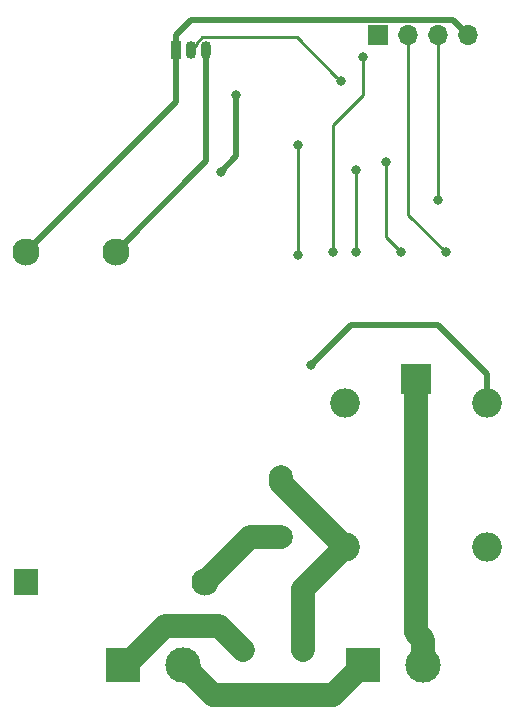
<source format=gbr>
G04 #@! TF.GenerationSoftware,KiCad,Pcbnew,(5.1.0)-1*
G04 #@! TF.CreationDate,2019-04-01T15:13:29+02:00*
G04 #@! TF.ProjectId,WiFi switch,57694669-2073-4776-9974-63682e6b6963,rev?*
G04 #@! TF.SameCoordinates,Original*
G04 #@! TF.FileFunction,Copper,L2,Bot*
G04 #@! TF.FilePolarity,Positive*
%FSLAX46Y46*%
G04 Gerber Fmt 4.6, Leading zero omitted, Abs format (unit mm)*
G04 Created by KiCad (PCBNEW (5.1.0)-1) date 2019-04-01 15:13:29*
%MOMM*%
%LPD*%
G04 APERTURE LIST*
%ADD10C,2.300000*%
%ADD11R,2.000000X2.300000*%
%ADD12R,3.000000X3.000000*%
%ADD13C,3.000000*%
%ADD14R,0.900000X1.500000*%
%ADD15O,0.900000X1.500000*%
%ADD16O,2.500000X2.500000*%
%ADD17R,2.500000X2.500000*%
%ADD18C,1.524000*%
%ADD19C,2.000000*%
%ADD20O,1.700000X1.700000*%
%ADD21R,1.700000X1.700000*%
%ADD22C,0.800000*%
%ADD23C,0.500000*%
%ADD24C,0.250000*%
%ADD25C,2.000000*%
G04 APERTURE END LIST*
D10*
X188575000Y-95190000D03*
X196175000Y-123190000D03*
D11*
X180975000Y-123190000D03*
D10*
X180975000Y-95190000D03*
D12*
X209550000Y-130175000D03*
D13*
X214630000Y-130175000D03*
D14*
X193675000Y-78105000D03*
D15*
X196215000Y-78105000D03*
X194945000Y-78105000D03*
D16*
X220000000Y-108000000D03*
X220000000Y-120200000D03*
X208000000Y-120200000D03*
X208000000Y-108000000D03*
D17*
X214000000Y-106000000D03*
D18*
X204470000Y-128905000D03*
X199390000Y-128905000D03*
D19*
X202575000Y-114300000D03*
X202565000Y-119380000D03*
D13*
X194310000Y-130175000D03*
D12*
X189230000Y-130175000D03*
D20*
X218440000Y-76835000D03*
X215900000Y-76835000D03*
X213360000Y-76835000D03*
D21*
X210820000Y-76835000D03*
D22*
X197464846Y-88415001D03*
X198755000Y-81915000D03*
X216535000Y-95250000D03*
X215900000Y-90805000D03*
X208915000Y-95250000D03*
X208915000Y-88265000D03*
X209550000Y-78740000D03*
X207010000Y-95250000D03*
X204034999Y-95449999D03*
X204034999Y-86160001D03*
X205105000Y-104775000D03*
X207645000Y-80775001D03*
X211455000Y-87630000D03*
X212725000Y-95250000D03*
D23*
X193675000Y-78105000D02*
X193675000Y-82490000D01*
X188247500Y-87917500D02*
X180975000Y-95190000D01*
X189200000Y-86965000D02*
X188247500Y-87917500D01*
X193675000Y-82490000D02*
X189200000Y-86965000D01*
X217590001Y-75985001D02*
X218440000Y-76835000D01*
X217139999Y-75534999D02*
X217590001Y-75985001D01*
X194995001Y-75534999D02*
X217139999Y-75534999D01*
X193675000Y-76855000D02*
X194995001Y-75534999D01*
X193675000Y-78105000D02*
X193675000Y-76855000D01*
X197464846Y-88415001D02*
X198755000Y-87124847D01*
X198755000Y-87124847D02*
X198755000Y-81915000D01*
X196215000Y-87550000D02*
X196215000Y-78105000D01*
X188575000Y-95190000D02*
X196215000Y-87550000D01*
D24*
X213360000Y-76835000D02*
X213360000Y-92075000D01*
X213360000Y-92075000D02*
X216535000Y-95250000D01*
X215900000Y-90805000D02*
X215900000Y-76835000D01*
X208915000Y-95250000D02*
X208915000Y-88265000D01*
X207010000Y-95250000D02*
X207010000Y-84455000D01*
X209550000Y-81915000D02*
X209550000Y-78740000D01*
X207010000Y-84455000D02*
X209550000Y-81915000D01*
X204034999Y-86160001D02*
X204034999Y-95449999D01*
D23*
X220000000Y-106232234D02*
X220000000Y-108000000D01*
X220000000Y-105559480D02*
X220000000Y-106232234D01*
X215834796Y-101394276D02*
X220000000Y-105559480D01*
X208485724Y-101394276D02*
X215834796Y-101394276D01*
X205105000Y-104775000D02*
X208485724Y-101394276D01*
D24*
X207245001Y-80375002D02*
X207645000Y-80775001D01*
X203899989Y-77029990D02*
X207245001Y-80375002D01*
X195893981Y-77029990D02*
X203899989Y-77029990D01*
X195439990Y-77483981D02*
X195893981Y-77029990D01*
X195439990Y-77610010D02*
X195439990Y-77483981D01*
X194945000Y-78105000D02*
X195439990Y-77610010D01*
D25*
X214000000Y-127423680D02*
X214000000Y-106000000D01*
X214630000Y-128053680D02*
X214000000Y-127423680D01*
X214630000Y-130175000D02*
X214630000Y-128053680D01*
D24*
X211455000Y-93980000D02*
X212725000Y-95250000D01*
X211455000Y-87630000D02*
X211455000Y-93980000D01*
D25*
X207010000Y-132715000D02*
X209550000Y-130175000D01*
X196850000Y-132715000D02*
X207010000Y-132715000D01*
X194310000Y-130175000D02*
X196850000Y-132715000D01*
X204470000Y-123730000D02*
X208000000Y-120200000D01*
X204470000Y-128905000D02*
X204470000Y-123730000D01*
X202575000Y-114775000D02*
X208000000Y-120200000D01*
X202575000Y-114300000D02*
X202575000Y-114775000D01*
X197359999Y-126874999D02*
X199390000Y-128905000D01*
X192725999Y-126874999D02*
X197359999Y-126874999D01*
X189425998Y-130175000D02*
X192725999Y-126874999D01*
X189230000Y-130175000D02*
X189425998Y-130175000D01*
X202565000Y-119380000D02*
X199985000Y-119380000D01*
X199985000Y-119380000D02*
X196175000Y-123190000D01*
M02*

</source>
